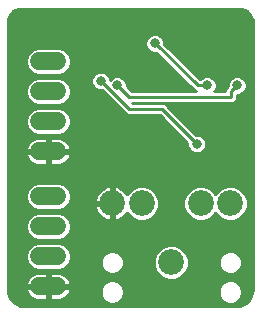
<source format=gbl>
G75*
G70*
%OFA0B0*%
%FSLAX24Y24*%
%IPPOS*%
%LPD*%
%AMOC8*
5,1,8,0,0,1.08239X$1,22.5*
%
%ADD10C,0.0600*%
%ADD11C,0.0860*%
%ADD12C,0.0320*%
%ADD13C,0.0100*%
D10*
X001811Y001899D02*
X002411Y001899D01*
X002411Y002899D02*
X001811Y002899D01*
X001811Y003899D02*
X002411Y003899D01*
X002411Y004899D02*
X001811Y004899D01*
X001811Y006399D02*
X002411Y006399D01*
X002411Y007399D02*
X001811Y007399D01*
X001811Y008399D02*
X002411Y008399D01*
X002411Y009399D02*
X001811Y009399D01*
D11*
X004242Y004668D03*
X005226Y004668D03*
X006211Y002699D03*
X007195Y004668D03*
X008179Y004668D03*
D12*
X007061Y006649D03*
X007411Y008599D03*
X006611Y008599D03*
X005661Y009999D03*
X005311Y008699D03*
X004411Y008599D03*
X003861Y008749D03*
X008411Y008599D03*
D13*
X000992Y001337D02*
X000848Y001481D01*
X000771Y001668D01*
X000761Y001770D01*
X000761Y010732D01*
X000769Y010813D01*
X000830Y010962D01*
X000944Y011076D01*
X001093Y011137D01*
X001173Y011145D01*
X008466Y011145D01*
X008557Y011136D01*
X008724Y011067D01*
X008852Y010939D01*
X008922Y010771D01*
X008931Y010680D01*
X008931Y001795D01*
X008920Y001689D01*
X008839Y001492D01*
X008688Y001341D01*
X008491Y001260D01*
X008384Y001249D01*
X001281Y001249D01*
X001180Y001259D01*
X000992Y001337D01*
X000934Y001395D02*
X004016Y001395D01*
X004023Y001387D02*
X004165Y001329D01*
X004319Y001329D01*
X004461Y001387D01*
X004570Y001496D01*
X004628Y001638D01*
X004628Y001792D01*
X004570Y001934D01*
X004461Y002042D01*
X004319Y002101D01*
X004165Y002101D01*
X004023Y002042D01*
X003915Y001934D01*
X003856Y001792D01*
X003856Y001638D01*
X003915Y001496D01*
X004023Y001387D01*
X003918Y001493D02*
X002605Y001493D01*
X002583Y001482D02*
X002646Y001514D01*
X002704Y001556D01*
X002754Y001606D01*
X002795Y001663D01*
X002828Y001726D01*
X002850Y001794D01*
X002858Y001849D01*
X002161Y001849D01*
X002161Y001949D01*
X002858Y001949D01*
X002850Y002004D01*
X002828Y002072D01*
X002795Y002135D01*
X002754Y002192D01*
X002704Y002242D01*
X002646Y002284D01*
X002583Y002316D01*
X002516Y002338D01*
X002446Y002349D01*
X002161Y002349D01*
X002161Y001949D01*
X002061Y001949D01*
X002061Y002349D01*
X001775Y002349D01*
X001705Y002338D01*
X001638Y002316D01*
X001575Y002284D01*
X001517Y002242D01*
X001467Y002192D01*
X001426Y002135D01*
X001394Y002072D01*
X001372Y002004D01*
X001363Y001949D01*
X002061Y001949D01*
X002061Y001849D01*
X002161Y001849D01*
X002161Y001449D01*
X002446Y001449D01*
X002516Y001460D01*
X002583Y001482D01*
X002739Y001592D02*
X003875Y001592D01*
X003856Y001690D02*
X002809Y001690D01*
X002848Y001789D02*
X003856Y001789D01*
X003895Y001887D02*
X002161Y001887D01*
X002161Y001789D02*
X002061Y001789D01*
X002061Y001849D02*
X002061Y001449D01*
X001775Y001449D01*
X001705Y001460D01*
X001638Y001482D01*
X001575Y001514D01*
X001517Y001556D01*
X001467Y001606D01*
X001426Y001663D01*
X001394Y001726D01*
X001372Y001794D01*
X001363Y001849D01*
X002061Y001849D01*
X002061Y001887D02*
X000761Y001887D01*
X000761Y001789D02*
X001373Y001789D01*
X001412Y001690D02*
X000768Y001690D01*
X000802Y001592D02*
X001482Y001592D01*
X001616Y001493D02*
X000843Y001493D01*
X001090Y001296D02*
X008579Y001296D01*
X008741Y001395D02*
X008405Y001395D01*
X008398Y001387D02*
X008507Y001496D01*
X008565Y001638D01*
X008565Y001792D01*
X008507Y001934D01*
X008398Y002042D01*
X008256Y002101D01*
X008102Y002101D01*
X007960Y002042D01*
X007852Y001934D01*
X007793Y001792D01*
X007793Y001638D01*
X007852Y001496D01*
X007960Y001387D01*
X008102Y001329D01*
X008256Y001329D01*
X008398Y001387D01*
X008504Y001493D02*
X008839Y001493D01*
X008880Y001592D02*
X008546Y001592D01*
X008565Y001690D02*
X008920Y001690D01*
X008930Y001789D02*
X008565Y001789D01*
X008526Y001887D02*
X008931Y001887D01*
X008931Y001986D02*
X008455Y001986D01*
X008297Y002084D02*
X008931Y002084D01*
X008931Y002183D02*
X006479Y002183D01*
X006539Y002207D02*
X006702Y002371D01*
X006791Y002584D01*
X006791Y002814D01*
X006702Y003028D01*
X006539Y003191D01*
X006326Y003279D01*
X006095Y003279D01*
X005882Y003191D01*
X005719Y003028D01*
X005631Y002814D01*
X005631Y002584D01*
X005719Y002371D01*
X005882Y002207D01*
X006095Y002119D01*
X006326Y002119D01*
X006539Y002207D01*
X006613Y002281D02*
X008931Y002281D01*
X008931Y002380D02*
X008406Y002380D01*
X008398Y002372D02*
X008507Y002480D01*
X008565Y002622D01*
X008565Y002776D01*
X008507Y002918D01*
X008398Y003026D01*
X008256Y003085D01*
X008102Y003085D01*
X007960Y003026D01*
X007852Y002918D01*
X007793Y002776D01*
X007793Y002622D01*
X007852Y002480D01*
X007960Y002372D01*
X008102Y002313D01*
X008256Y002313D01*
X008398Y002372D01*
X008504Y002478D02*
X008931Y002478D01*
X008931Y002577D02*
X008546Y002577D01*
X008565Y002675D02*
X008931Y002675D01*
X008931Y002774D02*
X008565Y002774D01*
X008525Y002872D02*
X008931Y002872D01*
X008931Y002971D02*
X008454Y002971D01*
X008295Y003069D02*
X008931Y003069D01*
X008931Y003168D02*
X006562Y003168D01*
X006661Y003069D02*
X008063Y003069D01*
X007904Y002971D02*
X006726Y002971D01*
X006767Y002872D02*
X007833Y002872D01*
X007793Y002774D02*
X006791Y002774D01*
X006791Y002675D02*
X007793Y002675D01*
X007812Y002577D02*
X006788Y002577D01*
X006747Y002478D02*
X007854Y002478D01*
X007952Y002380D02*
X006706Y002380D01*
X006357Y003266D02*
X008931Y003266D01*
X008931Y003365D02*
X000761Y003365D01*
X000761Y003463D02*
X001687Y003463D01*
X001721Y003449D02*
X001556Y003518D01*
X001429Y003644D01*
X001361Y003810D01*
X001361Y003989D01*
X001429Y004154D01*
X001556Y004281D01*
X001721Y004349D01*
X002500Y004349D01*
X002665Y004281D01*
X002792Y004154D01*
X002861Y003989D01*
X002861Y003810D01*
X002792Y003644D01*
X002665Y003518D01*
X002500Y003449D01*
X001721Y003449D01*
X001721Y003349D02*
X001556Y003281D01*
X001429Y003154D01*
X001361Y002989D01*
X001361Y002810D01*
X001429Y002644D01*
X001556Y002518D01*
X001721Y002449D01*
X002500Y002449D01*
X002665Y002518D01*
X002792Y002644D01*
X002861Y002810D01*
X002861Y002989D01*
X002792Y003154D01*
X002665Y003281D01*
X002500Y003349D01*
X001721Y003349D01*
X001541Y003266D02*
X000761Y003266D01*
X000761Y003168D02*
X001443Y003168D01*
X001394Y003069D02*
X000761Y003069D01*
X000761Y002971D02*
X001361Y002971D01*
X001361Y002872D02*
X000761Y002872D01*
X000761Y002774D02*
X001375Y002774D01*
X001416Y002675D02*
X000761Y002675D01*
X000761Y002577D02*
X001497Y002577D01*
X001651Y002478D02*
X000761Y002478D01*
X000761Y002380D02*
X004015Y002380D01*
X004023Y002372D02*
X004165Y002313D01*
X004319Y002313D01*
X004461Y002372D01*
X004570Y002480D01*
X004628Y002622D01*
X004628Y002776D01*
X004570Y002918D01*
X004461Y003026D01*
X004319Y003085D01*
X004165Y003085D01*
X004023Y003026D01*
X003915Y002918D01*
X003856Y002776D01*
X003856Y002622D01*
X003915Y002480D01*
X004023Y002372D01*
X003917Y002478D02*
X002570Y002478D01*
X002724Y002577D02*
X003875Y002577D01*
X003856Y002675D02*
X002805Y002675D01*
X002846Y002774D02*
X003856Y002774D01*
X003896Y002872D02*
X002861Y002872D01*
X002861Y002971D02*
X003967Y002971D01*
X004126Y003069D02*
X002827Y003069D01*
X002778Y003168D02*
X005859Y003168D01*
X005760Y003069D02*
X004358Y003069D01*
X004517Y002971D02*
X005695Y002971D01*
X005654Y002872D02*
X004588Y002872D01*
X004628Y002774D02*
X005631Y002774D01*
X005631Y002675D02*
X004628Y002675D01*
X004609Y002577D02*
X005634Y002577D01*
X005674Y002478D02*
X004567Y002478D01*
X004469Y002380D02*
X005715Y002380D01*
X005808Y002281D02*
X002650Y002281D01*
X002761Y002183D02*
X005942Y002183D01*
X006064Y003266D02*
X002680Y003266D01*
X002534Y003463D02*
X008931Y003463D01*
X008931Y003562D02*
X002709Y003562D01*
X002799Y003660D02*
X008931Y003660D01*
X008931Y003759D02*
X002839Y003759D01*
X002861Y003857D02*
X008931Y003857D01*
X008931Y003956D02*
X002861Y003956D01*
X002833Y004054D02*
X008931Y004054D01*
X008931Y004153D02*
X008451Y004153D01*
X008508Y004176D02*
X008294Y004088D01*
X008064Y004088D01*
X007851Y004176D01*
X007687Y004339D01*
X007687Y004340D01*
X007687Y004339D01*
X007523Y004176D01*
X007310Y004088D01*
X007079Y004088D01*
X006866Y004176D01*
X006703Y004339D01*
X006615Y004552D01*
X006615Y004783D01*
X006703Y004996D01*
X006866Y005159D01*
X007079Y005248D01*
X007310Y005248D01*
X007523Y005159D01*
X007687Y004996D01*
X007687Y004995D01*
X007687Y004996D01*
X007851Y005159D01*
X008064Y005248D01*
X008294Y005248D01*
X008508Y005159D01*
X008671Y004996D01*
X008759Y004783D01*
X008759Y004552D01*
X008671Y004339D01*
X008508Y004176D01*
X008583Y004251D02*
X008931Y004251D01*
X008931Y004350D02*
X008675Y004350D01*
X008716Y004448D02*
X008931Y004448D01*
X008931Y004547D02*
X008757Y004547D01*
X008759Y004645D02*
X008931Y004645D01*
X008931Y004744D02*
X008759Y004744D01*
X008735Y004842D02*
X008931Y004842D01*
X008931Y004941D02*
X008694Y004941D01*
X008628Y005039D02*
X008931Y005039D01*
X008931Y005138D02*
X008529Y005138D01*
X008322Y005236D02*
X008931Y005236D01*
X008931Y005335D02*
X002535Y005335D01*
X002500Y005349D02*
X002665Y005281D01*
X002792Y005154D01*
X002861Y004989D01*
X002861Y004810D01*
X002792Y004644D01*
X002665Y004518D01*
X002500Y004449D01*
X001721Y004449D01*
X001556Y004518D01*
X001429Y004644D01*
X001361Y004810D01*
X001361Y004989D01*
X001429Y005154D01*
X001556Y005281D01*
X001721Y005349D01*
X002500Y005349D01*
X002710Y005236D02*
X004124Y005236D01*
X004106Y005233D02*
X004019Y005205D01*
X003938Y005164D01*
X003864Y005110D01*
X003800Y005045D01*
X003746Y004972D01*
X003705Y004890D01*
X003676Y004803D01*
X003663Y004718D01*
X004192Y004718D01*
X004192Y005247D01*
X004106Y005233D01*
X004192Y005236D02*
X004292Y005236D01*
X004292Y005247D02*
X004292Y004718D01*
X004192Y004718D01*
X004192Y004618D01*
X003663Y004618D01*
X003676Y004532D01*
X003705Y004445D01*
X003746Y004364D01*
X003800Y004290D01*
X003864Y004225D01*
X003938Y004171D01*
X004019Y004130D01*
X004106Y004102D01*
X004192Y004088D01*
X004192Y004618D01*
X004292Y004618D01*
X004292Y004088D01*
X004378Y004102D01*
X004465Y004130D01*
X004546Y004171D01*
X004620Y004225D01*
X004684Y004290D01*
X004729Y004352D01*
X004735Y004339D01*
X004898Y004176D01*
X005111Y004088D01*
X005342Y004088D01*
X005555Y004176D01*
X005718Y004339D01*
X005806Y004552D01*
X005806Y004783D01*
X005718Y004996D01*
X005555Y005159D01*
X005342Y005248D01*
X005111Y005248D01*
X004898Y005159D01*
X004735Y004996D01*
X004729Y004984D01*
X004684Y005045D01*
X004620Y005110D01*
X004546Y005164D01*
X004465Y005205D01*
X004378Y005233D01*
X004292Y005247D01*
X004360Y005236D02*
X005083Y005236D01*
X004876Y005138D02*
X004582Y005138D01*
X004689Y005039D02*
X004778Y005039D01*
X004292Y005039D02*
X004192Y005039D01*
X004192Y004941D02*
X004292Y004941D01*
X004292Y004842D02*
X004192Y004842D01*
X004192Y004744D02*
X004292Y004744D01*
X004192Y004645D02*
X002792Y004645D01*
X002833Y004744D02*
X003667Y004744D01*
X003689Y004842D02*
X002861Y004842D01*
X002861Y004941D02*
X003730Y004941D01*
X003795Y005039D02*
X002840Y005039D01*
X002799Y005138D02*
X003902Y005138D01*
X004192Y005138D02*
X004292Y005138D01*
X004292Y004547D02*
X004192Y004547D01*
X004192Y004448D02*
X004292Y004448D01*
X004292Y004350D02*
X004192Y004350D01*
X004192Y004251D02*
X004292Y004251D01*
X004292Y004153D02*
X004192Y004153D01*
X003975Y004153D02*
X002793Y004153D01*
X002695Y004251D02*
X003838Y004251D01*
X003756Y004350D02*
X000761Y004350D01*
X000761Y004448D02*
X003704Y004448D01*
X003674Y004547D02*
X002694Y004547D01*
X001686Y005335D02*
X000761Y005335D01*
X000761Y005433D02*
X008931Y005433D01*
X008931Y005532D02*
X000761Y005532D01*
X000761Y005630D02*
X008931Y005630D01*
X008931Y005729D02*
X000761Y005729D01*
X000761Y005827D02*
X008931Y005827D01*
X008931Y005926D02*
X000761Y005926D01*
X000761Y006024D02*
X001561Y006024D01*
X001575Y006014D02*
X001638Y005982D01*
X001705Y005960D01*
X001775Y005949D01*
X002061Y005949D01*
X002061Y006349D01*
X002161Y006349D01*
X002161Y006449D01*
X002858Y006449D01*
X002850Y006504D01*
X002828Y006572D01*
X002795Y006635D01*
X002754Y006692D01*
X002704Y006742D01*
X002646Y006784D01*
X002583Y006816D01*
X002516Y006838D01*
X002446Y006849D01*
X002161Y006849D01*
X002161Y006449D01*
X002061Y006449D01*
X002061Y006849D01*
X001775Y006849D01*
X001705Y006838D01*
X001638Y006816D01*
X001575Y006784D01*
X001517Y006742D01*
X001467Y006692D01*
X001426Y006635D01*
X001394Y006572D01*
X001372Y006504D01*
X001363Y006449D01*
X002061Y006449D01*
X002061Y006349D01*
X001363Y006349D01*
X001372Y006294D01*
X001394Y006226D01*
X001426Y006163D01*
X001467Y006106D01*
X001517Y006056D01*
X001575Y006014D01*
X001455Y006123D02*
X000761Y006123D01*
X000761Y006221D02*
X001396Y006221D01*
X001368Y006320D02*
X000761Y006320D01*
X000761Y006418D02*
X002061Y006418D01*
X002061Y006320D02*
X002161Y006320D01*
X002161Y006349D02*
X002161Y005949D01*
X002446Y005949D01*
X002516Y005960D01*
X002583Y005982D01*
X002646Y006014D01*
X002704Y006056D01*
X002754Y006106D01*
X002795Y006163D01*
X002828Y006226D01*
X002850Y006294D01*
X002858Y006349D01*
X002161Y006349D01*
X002161Y006418D02*
X006853Y006418D01*
X006885Y006386D02*
X006798Y006473D01*
X006751Y006587D01*
X006751Y006676D01*
X005828Y007599D01*
X004728Y007599D01*
X003888Y008439D01*
X003799Y008439D01*
X003685Y008486D01*
X003598Y008573D01*
X003551Y008687D01*
X003551Y008811D01*
X003598Y008925D01*
X003685Y009012D01*
X003799Y009059D01*
X003922Y009059D01*
X004036Y009012D01*
X004123Y008925D01*
X004171Y008811D01*
X004171Y008797D01*
X004235Y008862D01*
X004349Y008909D01*
X004472Y008909D01*
X004586Y008862D01*
X004673Y008775D01*
X004721Y008661D01*
X004721Y008572D01*
X004893Y008399D01*
X007030Y008399D01*
X007030Y008399D01*
X007028Y008399D01*
X006970Y008456D01*
X005694Y009689D01*
X005599Y009689D01*
X005485Y009736D01*
X005398Y009823D01*
X005351Y009937D01*
X005351Y010061D01*
X005398Y010175D01*
X005485Y010262D01*
X005599Y010309D01*
X005722Y010309D01*
X005836Y010262D01*
X005923Y010175D01*
X005971Y010061D01*
X005971Y009978D01*
X007182Y008808D01*
X007235Y008862D01*
X007349Y008909D01*
X007472Y008909D01*
X007586Y008862D01*
X007673Y008775D01*
X007721Y008661D01*
X007721Y008537D01*
X007673Y008423D01*
X007649Y008399D01*
X008011Y008399D01*
X008011Y008482D01*
X008101Y008572D01*
X008101Y008661D01*
X008148Y008775D01*
X008235Y008862D01*
X008349Y008909D01*
X008472Y008909D01*
X008586Y008862D01*
X008673Y008775D01*
X008721Y008661D01*
X008721Y008537D01*
X008673Y008423D01*
X008586Y008336D01*
X008472Y008289D01*
X008411Y008289D01*
X008411Y008116D01*
X008293Y007999D01*
X004893Y007999D01*
X004893Y007999D01*
X005993Y007999D01*
X006111Y007882D01*
X007033Y006959D01*
X007122Y006959D01*
X007236Y006912D01*
X007323Y006825D01*
X007371Y006711D01*
X007371Y006587D01*
X007323Y006473D01*
X007236Y006386D01*
X007122Y006339D01*
X006999Y006339D01*
X006885Y006386D01*
X006780Y006517D02*
X002846Y006517D01*
X002806Y006615D02*
X006751Y006615D01*
X006713Y006714D02*
X002732Y006714D01*
X002591Y006812D02*
X006615Y006812D01*
X006516Y006911D02*
X000761Y006911D01*
X000761Y007009D02*
X001576Y007009D01*
X001556Y007018D02*
X001721Y006949D01*
X002500Y006949D01*
X002665Y007018D01*
X002792Y007144D01*
X002861Y007310D01*
X002861Y007489D01*
X002792Y007654D01*
X002665Y007781D01*
X002500Y007849D01*
X001721Y007849D01*
X001556Y007781D01*
X001429Y007654D01*
X001361Y007489D01*
X001361Y007310D01*
X001429Y007144D01*
X001556Y007018D01*
X001466Y007108D02*
X000761Y007108D01*
X000761Y007206D02*
X001403Y007206D01*
X001363Y007305D02*
X000761Y007305D01*
X000761Y007403D02*
X001361Y007403D01*
X001366Y007502D02*
X000761Y007502D01*
X000761Y007600D02*
X001407Y007600D01*
X001474Y007699D02*
X000761Y007699D01*
X000761Y007797D02*
X001596Y007797D01*
X001721Y007949D02*
X001556Y008018D01*
X001429Y008144D01*
X001361Y008310D01*
X001361Y008489D01*
X001429Y008654D01*
X001556Y008781D01*
X001721Y008849D01*
X002500Y008849D01*
X002665Y008781D01*
X002792Y008654D01*
X002861Y008489D01*
X002861Y008310D01*
X002792Y008144D01*
X002665Y008018D01*
X002500Y007949D01*
X001721Y007949D01*
X001612Y007994D02*
X000761Y007994D01*
X000761Y007896D02*
X004431Y007896D01*
X004333Y007994D02*
X002609Y007994D01*
X002741Y008093D02*
X004234Y008093D01*
X004136Y008191D02*
X002812Y008191D01*
X002852Y008290D02*
X004037Y008290D01*
X003939Y008388D02*
X002861Y008388D01*
X002861Y008487D02*
X003685Y008487D01*
X003593Y008585D02*
X002821Y008585D01*
X002762Y008684D02*
X003552Y008684D01*
X003551Y008782D02*
X002662Y008782D01*
X002500Y008949D02*
X002665Y009018D01*
X002792Y009144D01*
X002861Y009310D01*
X002861Y009489D01*
X002792Y009654D01*
X002665Y009781D01*
X002500Y009849D01*
X001721Y009849D01*
X001556Y009781D01*
X001429Y009654D01*
X001361Y009489D01*
X001361Y009310D01*
X001429Y009144D01*
X001556Y009018D01*
X001721Y008949D01*
X002500Y008949D01*
X002573Y008979D02*
X003652Y008979D01*
X003580Y008881D02*
X000761Y008881D01*
X000761Y008979D02*
X001649Y008979D01*
X001496Y009078D02*
X000761Y009078D01*
X000761Y009176D02*
X001416Y009176D01*
X001375Y009275D02*
X000761Y009275D01*
X000761Y009373D02*
X001361Y009373D01*
X001361Y009472D02*
X000761Y009472D01*
X000761Y009570D02*
X001394Y009570D01*
X001444Y009669D02*
X000761Y009669D01*
X000761Y009767D02*
X001542Y009767D01*
X001559Y008782D02*
X000761Y008782D01*
X000761Y008684D02*
X001459Y008684D01*
X001401Y008585D02*
X000761Y008585D01*
X000761Y008487D02*
X001361Y008487D01*
X001361Y008388D02*
X000761Y008388D01*
X000761Y008290D02*
X001369Y008290D01*
X001410Y008191D02*
X000761Y008191D01*
X000761Y008093D02*
X001481Y008093D01*
X001630Y006812D02*
X000761Y006812D01*
X000761Y006714D02*
X001489Y006714D01*
X001416Y006615D02*
X000761Y006615D01*
X000761Y006517D02*
X001376Y006517D01*
X002061Y006517D02*
X002161Y006517D01*
X002161Y006615D02*
X002061Y006615D01*
X002061Y006714D02*
X002161Y006714D01*
X002161Y006812D02*
X002061Y006812D01*
X002061Y006221D02*
X002161Y006221D01*
X002161Y006123D02*
X002061Y006123D01*
X002061Y006024D02*
X002161Y006024D01*
X002660Y006024D02*
X008931Y006024D01*
X008931Y006123D02*
X002766Y006123D01*
X002825Y006221D02*
X008931Y006221D01*
X008931Y006320D02*
X002854Y006320D01*
X002645Y007009D02*
X006418Y007009D01*
X006319Y007108D02*
X002756Y007108D01*
X002818Y007206D02*
X006221Y007206D01*
X006122Y007305D02*
X002859Y007305D01*
X002861Y007403D02*
X006024Y007403D01*
X005925Y007502D02*
X002855Y007502D01*
X002814Y007600D02*
X004727Y007600D01*
X004628Y007699D02*
X002747Y007699D01*
X002626Y007797D02*
X004530Y007797D01*
X004811Y007799D02*
X003861Y008749D01*
X003811Y008799D01*
X004069Y008979D02*
X006429Y008979D01*
X006531Y008881D02*
X004541Y008881D01*
X004666Y008782D02*
X006633Y008782D01*
X006735Y008684D02*
X004711Y008684D01*
X004721Y008585D02*
X006837Y008585D01*
X006939Y008487D02*
X004806Y008487D01*
X004811Y008199D02*
X004411Y008599D01*
X004280Y008881D02*
X004142Y008881D01*
X004811Y008199D02*
X008211Y008199D01*
X008211Y008399D01*
X008411Y008599D01*
X008638Y008388D02*
X008931Y008388D01*
X008931Y008290D02*
X008474Y008290D01*
X008411Y008191D02*
X008931Y008191D01*
X008931Y008093D02*
X008387Y008093D01*
X008700Y008487D02*
X008931Y008487D01*
X008931Y008585D02*
X008721Y008585D01*
X008711Y008684D02*
X008931Y008684D01*
X008931Y008782D02*
X008666Y008782D01*
X008541Y008881D02*
X008931Y008881D01*
X008931Y008979D02*
X007005Y008979D01*
X007107Y008881D02*
X007280Y008881D01*
X007541Y008881D02*
X008280Y008881D01*
X008155Y008782D02*
X007666Y008782D01*
X007711Y008684D02*
X008110Y008684D01*
X008101Y008585D02*
X007721Y008585D01*
X007700Y008487D02*
X008015Y008487D01*
X007411Y008599D02*
X007111Y008599D01*
X005661Y009999D01*
X005454Y009767D02*
X002679Y009767D01*
X002777Y009669D02*
X005715Y009669D01*
X005817Y009570D02*
X002827Y009570D01*
X002861Y009472D02*
X005919Y009472D01*
X006021Y009373D02*
X002861Y009373D01*
X002846Y009275D02*
X006123Y009275D01*
X006225Y009176D02*
X002805Y009176D01*
X002726Y009078D02*
X006327Y009078D01*
X006597Y009373D02*
X008931Y009373D01*
X008931Y009275D02*
X006699Y009275D01*
X006801Y009176D02*
X008931Y009176D01*
X008931Y009078D02*
X006903Y009078D01*
X006611Y008599D02*
X006711Y008499D01*
X006195Y007797D02*
X008931Y007797D01*
X008931Y007699D02*
X006294Y007699D01*
X006392Y007600D02*
X008931Y007600D01*
X008931Y007502D02*
X006491Y007502D01*
X006589Y007403D02*
X008931Y007403D01*
X008931Y007305D02*
X006688Y007305D01*
X006786Y007206D02*
X008931Y007206D01*
X008931Y007108D02*
X006885Y007108D01*
X006983Y007009D02*
X008931Y007009D01*
X008931Y006911D02*
X007237Y006911D01*
X007329Y006812D02*
X008931Y006812D01*
X008931Y006714D02*
X007369Y006714D01*
X007371Y006615D02*
X008931Y006615D01*
X008931Y006517D02*
X007341Y006517D01*
X007268Y006418D02*
X008931Y006418D01*
X008036Y005236D02*
X007338Y005236D01*
X007545Y005138D02*
X007829Y005138D01*
X007730Y005039D02*
X007644Y005039D01*
X007052Y005236D02*
X005369Y005236D01*
X005577Y005138D02*
X006845Y005138D01*
X006746Y005039D02*
X005675Y005039D01*
X005741Y004941D02*
X006680Y004941D01*
X006639Y004842D02*
X005782Y004842D01*
X005806Y004744D02*
X006615Y004744D01*
X006615Y004645D02*
X005806Y004645D01*
X005804Y004547D02*
X006617Y004547D01*
X006658Y004448D02*
X005763Y004448D01*
X005722Y004350D02*
X006699Y004350D01*
X006791Y004251D02*
X005630Y004251D01*
X005499Y004153D02*
X006923Y004153D01*
X007467Y004153D02*
X007907Y004153D01*
X007775Y004251D02*
X007599Y004251D01*
X008061Y002084D02*
X004360Y002084D01*
X004518Y001986D02*
X007904Y001986D01*
X007832Y001887D02*
X004589Y001887D01*
X004628Y001789D02*
X007793Y001789D01*
X007793Y001690D02*
X004628Y001690D01*
X004609Y001592D02*
X007812Y001592D01*
X007855Y001493D02*
X004567Y001493D01*
X004468Y001395D02*
X007953Y001395D01*
X004954Y004153D02*
X004509Y004153D01*
X004646Y004251D02*
X004823Y004251D01*
X004730Y004350D02*
X004728Y004350D01*
X004124Y002084D02*
X002821Y002084D01*
X002852Y001986D02*
X003967Y001986D01*
X002161Y001986D02*
X002061Y001986D01*
X002061Y002084D02*
X002161Y002084D01*
X002161Y002183D02*
X002061Y002183D01*
X002061Y002281D02*
X002161Y002281D01*
X002161Y001690D02*
X002061Y001690D01*
X002061Y001592D02*
X002161Y001592D01*
X002161Y001493D02*
X002061Y001493D01*
X001460Y002183D02*
X000761Y002183D01*
X000761Y002281D02*
X001571Y002281D01*
X001400Y002084D02*
X000761Y002084D01*
X000761Y001986D02*
X001369Y001986D01*
X001512Y003562D02*
X000761Y003562D01*
X000761Y003660D02*
X001423Y003660D01*
X001382Y003759D02*
X000761Y003759D01*
X000761Y003857D02*
X001361Y003857D01*
X001361Y003956D02*
X000761Y003956D01*
X000761Y004054D02*
X001388Y004054D01*
X001429Y004153D02*
X000761Y004153D01*
X000761Y004251D02*
X001526Y004251D01*
X001527Y004547D02*
X000761Y004547D01*
X000761Y004645D02*
X001429Y004645D01*
X001388Y004744D02*
X000761Y004744D01*
X000761Y004842D02*
X001361Y004842D01*
X001361Y004941D02*
X000761Y004941D01*
X000761Y005039D02*
X001382Y005039D01*
X001422Y005138D02*
X000761Y005138D01*
X000761Y005236D02*
X001511Y005236D01*
X004811Y007799D02*
X005911Y007799D01*
X007061Y006649D01*
X006097Y007896D02*
X008931Y007896D01*
X008931Y007994D02*
X005998Y007994D01*
X005311Y008699D02*
X005411Y008799D01*
X006189Y009767D02*
X008931Y009767D01*
X008931Y009669D02*
X006291Y009669D01*
X006393Y009570D02*
X008931Y009570D01*
X008931Y009472D02*
X006495Y009472D01*
X006087Y009866D02*
X008931Y009866D01*
X008931Y009964D02*
X005985Y009964D01*
X005970Y010063D02*
X008931Y010063D01*
X008931Y010161D02*
X005929Y010161D01*
X005838Y010260D02*
X008931Y010260D01*
X008931Y010358D02*
X000761Y010358D01*
X000761Y010260D02*
X005483Y010260D01*
X005392Y010161D02*
X000761Y010161D01*
X000761Y010063D02*
X005351Y010063D01*
X005351Y009964D02*
X000761Y009964D01*
X000761Y009866D02*
X005380Y009866D01*
X008743Y011048D02*
X000916Y011048D01*
X000825Y010949D02*
X008842Y010949D01*
X008889Y010851D02*
X000784Y010851D01*
X000763Y010752D02*
X008924Y010752D01*
X008931Y010654D02*
X000761Y010654D01*
X000761Y010555D02*
X008931Y010555D01*
X008931Y010457D02*
X000761Y010457D01*
M02*

</source>
